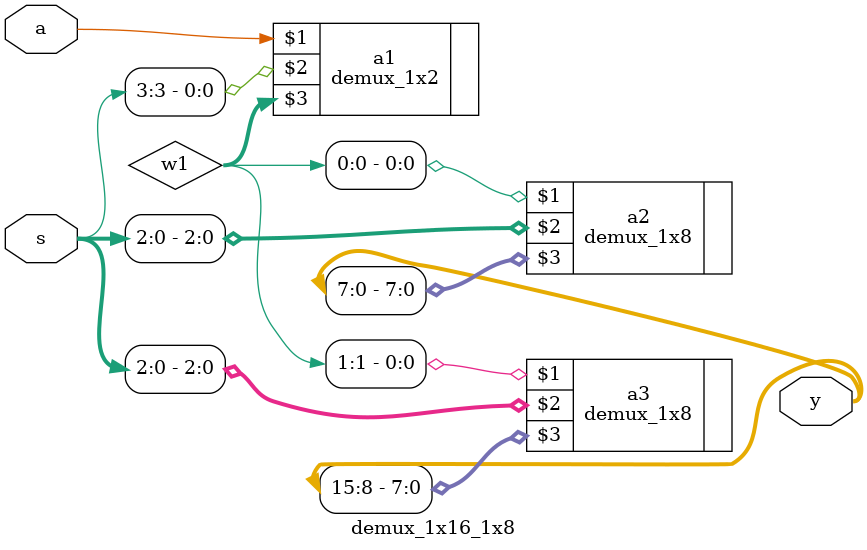
<source format=v>
`timescale 1ns / 1ps


module demux_1x16_1x8(
    input a,
    input [3:0] s,
    output [15:0] y
    );
    wire [1:0]w1;
    
    demux_1x2 a1(a,s[3],w1);
    demux_1x8 a2(w1[0],s[2:0],y[7:0]);
    demux_1x8 a3(w1[1],s[2:0],y[15:8]);
endmodule

</source>
